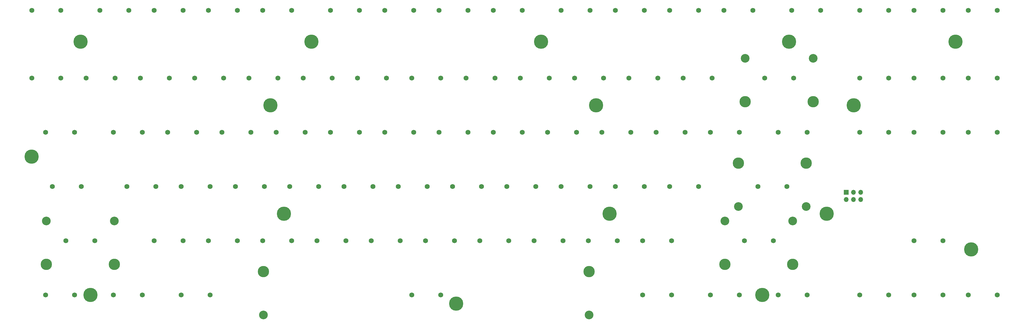
<source format=gbr>
%TF.GenerationSoftware,KiCad,Pcbnew,8.0.6*%
%TF.CreationDate,2024-11-23T19:51:20+07:00*%
%TF.ProjectId,Zellia80,5a656c6c-6961-4383-902e-6b696361645f,rev?*%
%TF.SameCoordinates,Original*%
%TF.FileFunction,Soldermask,Top*%
%TF.FilePolarity,Negative*%
%FSLAX46Y46*%
G04 Gerber Fmt 4.6, Leading zero omitted, Abs format (unit mm)*
G04 Created by KiCad (PCBNEW 8.0.6) date 2024-11-23 19:51:20*
%MOMM*%
%LPD*%
G01*
G04 APERTURE LIST*
%ADD10C,0.800000*%
%ADD11C,5.000000*%
%ADD12R,1.700000X1.700000*%
%ADD13O,1.700000X1.700000*%
%ADD14C,1.750000*%
%ADD15C,3.048000*%
%ADD16C,3.987800*%
G04 APERTURE END LIST*
D10*
%TO.C,H16*%
X293431250Y-134547499D03*
X292882075Y-135873324D03*
X292882075Y-133221674D03*
X291556250Y-136422499D03*
D11*
X291556250Y-134547499D03*
D10*
X291556250Y-132672499D03*
X290230425Y-135873324D03*
X290230425Y-133221674D03*
X289681250Y-134547499D03*
%TD*%
%TO.C,H13*%
X338674622Y-74110009D03*
X338125447Y-75435834D03*
X338125447Y-72784184D03*
X336799622Y-75985009D03*
D11*
X336799622Y-74110009D03*
D10*
X336799622Y-72235009D03*
X335473797Y-75435834D03*
X335473797Y-72784184D03*
X334924622Y-74110009D03*
%TD*%
%TO.C,H14*%
X35065247Y-163122509D03*
X34516072Y-164448334D03*
X34516072Y-161796684D03*
X33190247Y-164997509D03*
D11*
X33190247Y-163122509D03*
D10*
X33190247Y-161247509D03*
X31864422Y-164448334D03*
X31864422Y-161796684D03*
X31315247Y-163122509D03*
%TD*%
%TO.C,H11*%
X212468750Y-96447499D03*
X211919575Y-97773324D03*
X211919575Y-95121674D03*
X210593750Y-98322499D03*
D11*
X210593750Y-96447499D03*
D10*
X210593750Y-94572499D03*
X209267925Y-97773324D03*
X209267925Y-95121674D03*
X208718750Y-96447499D03*
%TD*%
%TO.C,H5*%
X193199744Y-74110009D03*
X192650569Y-75435834D03*
X192650569Y-72784184D03*
X191324744Y-75985009D03*
D11*
X191324744Y-74110009D03*
D10*
X191324744Y-72235009D03*
X189998919Y-75435834D03*
X189998919Y-72784184D03*
X189449744Y-74110009D03*
%TD*%
D12*
%TO.C,J5*%
X298450000Y-127019999D03*
D13*
X298450000Y-129559999D03*
X300990000Y-127019999D03*
X300990000Y-129559999D03*
X303530000Y-127019999D03*
X303530000Y-129559999D03*
%TD*%
D10*
%TO.C,H4*%
X14349622Y-114497509D03*
X13800447Y-115823334D03*
X13800447Y-113171684D03*
X12474622Y-116372509D03*
D11*
X12474622Y-114497509D03*
D10*
X12474622Y-112622509D03*
X11148797Y-115823334D03*
X11148797Y-113171684D03*
X10599622Y-114497509D03*
%TD*%
%TO.C,H10*%
X302956250Y-96447499D03*
X302407075Y-97773324D03*
X302407075Y-95121674D03*
X301081250Y-98322499D03*
D11*
X301081250Y-96447499D03*
D10*
X301081250Y-94572499D03*
X299755425Y-97773324D03*
X299755425Y-95121674D03*
X299206250Y-96447499D03*
%TD*%
%TO.C,H1*%
X112586744Y-74110009D03*
X112037569Y-75435834D03*
X112037569Y-72784184D03*
X110711744Y-75985009D03*
D11*
X110711744Y-74110009D03*
D10*
X110711744Y-72235009D03*
X109385919Y-75435834D03*
X109385919Y-72784184D03*
X108836744Y-74110009D03*
%TD*%
%TO.C,H18*%
X217231250Y-134547499D03*
X216682075Y-135873324D03*
X216682075Y-133221674D03*
X215356250Y-136422499D03*
D11*
X215356250Y-134547499D03*
D10*
X215356250Y-132672499D03*
X214030425Y-135873324D03*
X214030425Y-133221674D03*
X213481250Y-134547499D03*
%TD*%
%TO.C,H12*%
X31586744Y-74110009D03*
X31037569Y-75435834D03*
X31037569Y-72784184D03*
X29711744Y-75985009D03*
D11*
X29711744Y-74110009D03*
D10*
X29711744Y-72235009D03*
X28385919Y-75435834D03*
X28385919Y-72784184D03*
X27836744Y-74110009D03*
%TD*%
%TO.C,H17*%
X98168750Y-96447499D03*
X97619575Y-97773324D03*
X97619575Y-95121674D03*
X96293750Y-98322499D03*
D11*
X96293750Y-96447499D03*
D10*
X96293750Y-94572499D03*
X94967925Y-97773324D03*
X94967925Y-95121674D03*
X94418750Y-96447499D03*
%TD*%
%TO.C,H2*%
X280199744Y-74110009D03*
X279650569Y-75435834D03*
X279650569Y-72784184D03*
X278324744Y-75985009D03*
D11*
X278324744Y-74110009D03*
D10*
X278324744Y-72235009D03*
X276998919Y-75435834D03*
X276998919Y-72784184D03*
X276449744Y-74110009D03*
%TD*%
%TO.C,H3*%
X102931250Y-134547499D03*
X102382075Y-135873324D03*
X102382075Y-133221674D03*
X101056250Y-136422499D03*
D11*
X101056250Y-134547499D03*
D10*
X101056250Y-132672499D03*
X99730425Y-135873324D03*
X99730425Y-133221674D03*
X99181250Y-134547499D03*
%TD*%
%TO.C,H15*%
X270808997Y-163122509D03*
X270259822Y-164448334D03*
X270259822Y-161796684D03*
X268933997Y-164997509D03*
D11*
X268933997Y-163122509D03*
D10*
X268933997Y-161247509D03*
X267608172Y-164448334D03*
X267608172Y-161796684D03*
X267058997Y-163122509D03*
%TD*%
%TO.C,H8*%
X344199744Y-147122519D03*
X343650569Y-148448344D03*
X343650569Y-145796694D03*
X342324744Y-148997519D03*
D11*
X342324744Y-147122519D03*
D10*
X342324744Y-145247519D03*
X340998919Y-148448344D03*
X340998919Y-145796694D03*
X340449744Y-147122519D03*
%TD*%
%TO.C,H7*%
X163437500Y-166122499D03*
X162888325Y-167448324D03*
X162888325Y-164796674D03*
X161562500Y-167997499D03*
D11*
X161562500Y-166122499D03*
D10*
X161562500Y-164247499D03*
X160236675Y-167448324D03*
X160236675Y-164796674D03*
X159687500Y-166122499D03*
%TD*%
D14*
%TO.C,U25*%
X55495001Y-144072499D03*
X65654999Y-144072499D03*
%TD*%
%TO.C,U23*%
X60257501Y-105972499D03*
X70417499Y-105972499D03*
%TD*%
%TO.C,U96*%
X341245001Y-163122499D03*
X351404999Y-163122499D03*
%TD*%
%TO.C,U26*%
X136457501Y-63109999D03*
X146617499Y-63109999D03*
%TD*%
%TO.C,U27*%
X155507501Y-63109999D03*
X165667499Y-63109999D03*
%TD*%
%TO.C,U30*%
X84070001Y-125022499D03*
X94229999Y-125022499D03*
%TD*%
%TO.C,U38*%
X198370001Y-63109999D03*
X208529999Y-63109999D03*
%TD*%
%TO.C,U66*%
X198370001Y-125022499D03*
X208529999Y-125022499D03*
%TD*%
%TO.C,U13*%
X74545001Y-63109999D03*
X84704999Y-63109999D03*
%TD*%
%TO.C,U20*%
X117407501Y-63109999D03*
X127567499Y-63109999D03*
%TD*%
%TO.C,U72*%
X217420001Y-125022499D03*
X227579999Y-125022499D03*
%TD*%
%TO.C,U79*%
X226945001Y-144072499D03*
X237104999Y-144072499D03*
%TD*%
%TO.C,U44*%
X236470001Y-63109999D03*
X246629999Y-63109999D03*
%TD*%
%TO.C,U32*%
X174557501Y-63109999D03*
X184717499Y-63109999D03*
%TD*%
%TO.C,U9*%
X55495001Y-63109999D03*
X65654999Y-63109999D03*
%TD*%
%TO.C,U94*%
X303145001Y-163122499D03*
X313304999Y-163122499D03*
%TD*%
%TO.C,U55*%
X150745001Y-144072499D03*
X160904999Y-144072499D03*
%TD*%
%TO.C,U82*%
X241232501Y-86922499D03*
X251392499Y-86922499D03*
%TD*%
%TO.C,U77*%
X231707501Y-105972499D03*
X241867499Y-105972499D03*
%TD*%
%TO.C,U58*%
X165032501Y-86922499D03*
X175192499Y-86922499D03*
%TD*%
%TO.C,U31*%
X74545001Y-144072499D03*
X84704999Y-144072499D03*
%TD*%
%TO.C,U89*%
X274570000Y-105972499D03*
X284730000Y-105972499D03*
%TD*%
%TO.C,U92*%
X250757501Y-163122499D03*
X260917499Y-163122499D03*
%TD*%
%TO.C,U37*%
X93595001Y-144072499D03*
X103754999Y-144072499D03*
%TD*%
%TO.C,U18*%
X45970001Y-125022499D03*
X56129999Y-125022499D03*
%TD*%
%TO.C,U65*%
X193607501Y-105972499D03*
X203767499Y-105972499D03*
%TD*%
%TO.C,U10*%
X12632501Y-86922499D03*
X22792499Y-86922499D03*
%TD*%
%TO.C,U97*%
X322195001Y-144072499D03*
X332354999Y-144072499D03*
%TD*%
%TO.C,U87*%
X341245001Y-86922499D03*
X351404999Y-86922499D03*
%TD*%
%TO.C,U12*%
X19776250Y-125022499D03*
X29936250Y-125022499D03*
%TD*%
%TO.C,U86*%
X322195001Y-86922499D03*
X332354999Y-86922499D03*
%TD*%
D15*
%TO.C,U57*%
X255837500Y-137087499D03*
D16*
X255837500Y-152327499D03*
D14*
X262663750Y-144072499D03*
X272823750Y-144072499D03*
D15*
X279650000Y-137087499D03*
D16*
X279650000Y-152327499D03*
%TD*%
D14*
%TO.C,U83*%
X250757501Y-105972499D03*
X260917499Y-105972499D03*
%TD*%
D15*
%TO.C,U33*%
X17712500Y-137087499D03*
D16*
X17712500Y-152327499D03*
D14*
X24538750Y-144072499D03*
X34698750Y-144072499D03*
D15*
X41525000Y-137087499D03*
D16*
X41525000Y-152327499D03*
%TD*%
D14*
%TO.C,U93*%
X322195001Y-63109999D03*
X332354999Y-63109999D03*
%TD*%
%TO.C,U17*%
X41207501Y-105972499D03*
X51367499Y-105972499D03*
%TD*%
%TO.C,U88*%
X303145001Y-105972499D03*
X313304999Y-105972499D03*
%TD*%
D15*
%TO.C,U3*%
X262981250Y-79937499D03*
D16*
X262981250Y-95177499D03*
D14*
X269807500Y-86922499D03*
X279967500Y-86922499D03*
D15*
X286793750Y-79937499D03*
D16*
X286793750Y-95177499D03*
%TD*%
D14*
%TO.C,U34*%
X88832501Y-86922499D03*
X98992499Y-86922499D03*
%TD*%
%TO.C,U35*%
X98357501Y-105972499D03*
X108517499Y-105972499D03*
%TD*%
%TO.C,U6*%
X65020000Y-163122499D03*
X75180000Y-163122499D03*
%TD*%
%TO.C,U36*%
X103120001Y-125022499D03*
X113279999Y-125022499D03*
%TD*%
%TO.C,U70*%
X203132501Y-86922499D03*
X213292499Y-86922499D03*
%TD*%
%TO.C,U8*%
X226945000Y-163122499D03*
X237105000Y-163122499D03*
%TD*%
%TO.C,U50*%
X279332501Y-63109999D03*
X289492499Y-63109999D03*
%TD*%
%TO.C,U43*%
X112645001Y-144072499D03*
X122804999Y-144072499D03*
%TD*%
%TO.C,U52*%
X145982501Y-86922499D03*
X156142499Y-86922499D03*
%TD*%
%TO.C,U22*%
X50732501Y-86922499D03*
X60892499Y-86922499D03*
%TD*%
%TO.C,U5*%
X41207501Y-163122499D03*
X51367499Y-163122499D03*
%TD*%
%TO.C,U67*%
X188845001Y-144072499D03*
X199004999Y-144072499D03*
%TD*%
%TO.C,U54*%
X160270001Y-125022499D03*
X170429999Y-125022499D03*
%TD*%
%TO.C,U53*%
X155507501Y-105972499D03*
X165667499Y-105972499D03*
%TD*%
%TO.C,U29*%
X79307501Y-105972499D03*
X89467499Y-105972499D03*
%TD*%
%TO.C,U91*%
X341245001Y-105972499D03*
X351404999Y-105972499D03*
%TD*%
%TO.C,U40*%
X107882501Y-86922499D03*
X118042499Y-86922499D03*
%TD*%
%TO.C,U90*%
X322195001Y-105972499D03*
X332354999Y-105972499D03*
%TD*%
%TO.C,U75*%
X303145001Y-63109999D03*
X313304999Y-63109999D03*
%TD*%
%TO.C,U45*%
X255520001Y-63109999D03*
X265679999Y-63109999D03*
%TD*%
%TO.C,U47*%
X136457501Y-105972499D03*
X146617499Y-105972499D03*
%TD*%
%TO.C,U95*%
X322195001Y-163122499D03*
X332354999Y-163122499D03*
%TD*%
%TO.C,U71*%
X212657501Y-105972499D03*
X222817499Y-105972499D03*
%TD*%
%TO.C,U14*%
X93595001Y-63109999D03*
X103754999Y-63109999D03*
%TD*%
%TO.C,U28*%
X69782501Y-86922499D03*
X79942499Y-86922499D03*
%TD*%
%TO.C,U42*%
X122170001Y-125022499D03*
X132329999Y-125022499D03*
%TD*%
%TO.C,U4*%
X17395000Y-163122499D03*
X27555000Y-163122499D03*
%TD*%
%TO.C,U11*%
X17395000Y-105972499D03*
X27555000Y-105972499D03*
%TD*%
%TO.C,U73*%
X207895001Y-144072499D03*
X218054999Y-144072499D03*
%TD*%
D16*
%TO.C,U84*%
X260599999Y-116767499D03*
D15*
X260600000Y-132007499D03*
D14*
X267426251Y-125022499D03*
X277586249Y-125022499D03*
D15*
X284412500Y-132007499D03*
D16*
X284412501Y-116767499D03*
%TD*%
D14*
%TO.C,U41*%
X117407501Y-105972499D03*
X127567499Y-105972499D03*
%TD*%
%TO.C,U48*%
X141220001Y-125022499D03*
X151379999Y-125022499D03*
%TD*%
%TO.C,U39*%
X217420001Y-63109999D03*
X227579999Y-63109999D03*
%TD*%
%TO.C,U60*%
X179320001Y-125022499D03*
X189479999Y-125022499D03*
%TD*%
%TO.C,U64*%
X184082501Y-86922499D03*
X194242499Y-86922499D03*
%TD*%
D16*
%TO.C,U7*%
X93912500Y-154867499D03*
D15*
X93912500Y-170107499D03*
D14*
X145982500Y-163122499D03*
X156142500Y-163122499D03*
D16*
X208212500Y-154867499D03*
D15*
X208212500Y-170107499D03*
%TD*%
D14*
%TO.C,U59*%
X174557501Y-105972499D03*
X184717499Y-105972499D03*
%TD*%
%TO.C,U78*%
X236470001Y-125022499D03*
X246629999Y-125022499D03*
%TD*%
%TO.C,U99*%
X341245001Y-63109999D03*
X351404999Y-63109999D03*
%TD*%
%TO.C,U16*%
X31682501Y-86922499D03*
X41842499Y-86922499D03*
%TD*%
%TO.C,U49*%
X131695001Y-144072499D03*
X141854999Y-144072499D03*
%TD*%
%TO.C,U61*%
X169795001Y-144072499D03*
X179954999Y-144072499D03*
%TD*%
%TO.C,U46*%
X126932501Y-86922499D03*
X137092499Y-86922499D03*
%TD*%
%TO.C,U76*%
X222182501Y-86922499D03*
X232342499Y-86922499D03*
%TD*%
%TO.C,U98*%
X274570000Y-163122499D03*
X284730000Y-163122499D03*
%TD*%
%TO.C,U2*%
X36445001Y-63109999D03*
X46604999Y-63109999D03*
%TD*%
%TO.C,U1*%
X12632501Y-63109999D03*
X22792499Y-63109999D03*
%TD*%
%TO.C,U80*%
X303145001Y-86922499D03*
X313304999Y-86922499D03*
%TD*%
%TO.C,U24*%
X65020001Y-125022499D03*
X75179999Y-125022499D03*
%TD*%
M02*

</source>
